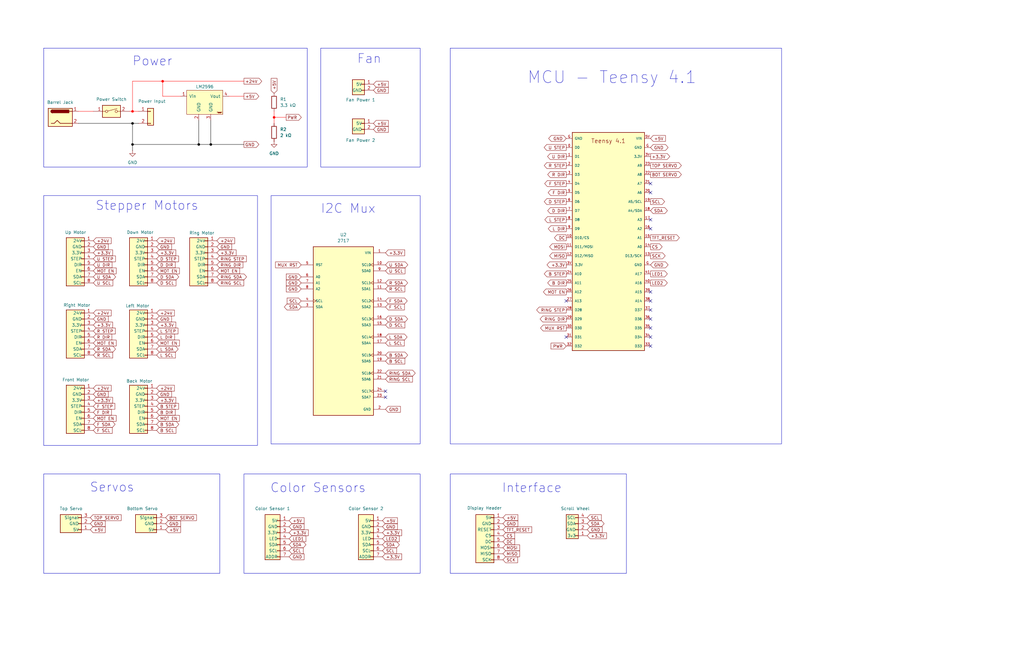
<source format=kicad_sch>
(kicad_sch (version 20231120) (generator "eeschema") (generator_version "8.0")
  (paper "B")
  (title_block (title "Cube Solver Motherboard") (date "2025-07-08") (rev "A") (company "Designed by Charlie Lambert") (comment 1 "Motherboard for Rubik's Cube Solving Machine"))
  (lib_symbols
    (symbol "Conn_01x02_1" (pin_names (offset 1.016))
      (property "Value" "Fan Power" (at -3.81 -5.715 0))
      (symbol "Conn_01x02_1_1_1"
        (rectangle (start -1.27 -2.413) (end 0 -2.667) (stroke (width 0.1524)))
        (rectangle (start -1.27 0.127) (end 0 -0.127) (stroke (width 0.1524)))
        (rectangle (start -1.27 1.905) (end 3.81 -4.445) (stroke (width 0.254)) (fill (type background)))
        (pin passive line (at -5.08 0 0) (length 3.81) (name "5V") (number "1"))
        (pin passive line (at -5.08 -2.54 0) (length 3.81) (name "GND") (number "2"))
      )
    )
    (symbol "Conn_01x03_1" (pin_names (offset 1.016))
      (property "Value" "Bottom Servo" (at -1.778 -6.35 0))
      (symbol "Conn_01x03_1_1_1"
        (rectangle (start -1.27 -2.413) (end 0 -2.667) (stroke (width 0.1524)))
        (rectangle (start -1.27 0.127) (end 0 -0.127) (stroke (width 0.1524)))
        (rectangle (start -1.27 2.667) (end 0 2.413) (stroke (width 0.1524)))
        (rectangle (start -1.27 3.81) (end 7.62 -3.81) (stroke (width 0.254)) (fill (type background)))
        (pin power_in line (at -5.08 2.54 0) (length 3.81) (name "5V") (number "1"))
        (pin power_in line (at -5.08 0 0) (length 3.81) (name "GND") (number "2"))
        (pin input line (at -5.08 -2.54 0) (length 3.81) (name "Signal") (number "3"))
      )
    )
    (symbol "Conn_01x03_2" (pin_names (offset 1.016))
      (property "Value" "Top Servo" (at -1.778 -6.35 0))
      (symbol "Conn_01x03_2_1_1"
        (rectangle (start -1.27 -2.413) (end 0 -2.667) (stroke (width 0.1524)))
        (rectangle (start -1.27 0.127) (end 0 -0.127) (stroke (width 0.1524)))
        (rectangle (start -1.27 2.667) (end 0 2.413) (stroke (width 0.1524)))
        (rectangle (start -1.27 3.81) (end 7.62 -3.81) (stroke (width 0.254)) (fill (type background)))
        (pin power_in line (at -5.08 2.54 0) (length 3.81) (name "5V") (number "1"))
        (pin power_in line (at -5.08 0 0) (length 3.81) (name "GND") (number "2"))
        (pin input line (at -5.08 -2.54 0) (length 3.81) (name "Signal") (number "3"))
      )
    )
    (symbol "Conn_01x08_1" (pin_names (offset 1.016))
      (property "Value" "Display Header" (at 8.636 -7.874 90))
      (symbol "Conn_01x08_1_1_1"
        (rectangle (start -1.27 -10.033) (end 0 -10.287) (stroke (width 0.1524)))
        (rectangle (start -1.27 -7.493) (end 0 -7.747) (stroke (width 0.1524)))
        (rectangle (start -1.27 -4.953) (end 0 -5.207) (stroke (width 0.1524)))
        (rectangle (start -1.27 -2.413) (end 0 -2.667) (stroke (width 0.1524)))
        (rectangle (start -1.27 0.127) (end 0 -0.127) (stroke (width 0.1524)))
        (rectangle (start -1.27 2.667) (end 0 2.413) (stroke (width 0.1524)))
        (rectangle (start -1.27 5.207) (end 0 4.953) (stroke (width 0.1524)))
        (rectangle (start -1.27 7.747) (end 0 7.493) (stroke (width 0.1524)))
        (rectangle (start -1.27 8.89) (end 6.35 -11.43) (stroke (width 0.254)) (fill (type background)))
        (pin passive line (at -5.08 7.62 0) (length 3.81) (name "5V") (number "1"))
        (pin passive line (at -5.08 5.08 0) (length 3.81) (name "GND") (number "2"))
        (pin passive line (at -5.08 2.54 0) (length 3.81) (name "RESET") (number "3"))
        (pin passive line (at -5.08 0 0) (length 3.81) (name "CS") (number "4"))
        (pin passive line (at -5.08 -2.54 0) (length 3.81) (name "DC") (number "5"))
        (pin passive line (at -5.08 -5.08 0) (length 3.81) (name "MOSI") (number "6"))
        (pin passive line (at -5.08 -7.62 0) (length 3.81) (name "MISO") (number "7"))
        (pin passive line (at -5.08 -10.16 0) (length 3.81) (name "SCK") (number "8"))
      )
    )
    (symbol "Connector:Barrel_Jack" (pin_names (offset 1.016))
      (property "Value" "Barrel Jack" (at 0 6.35 0))
      (symbol "Barrel_Jack_0_1"
        (rectangle (start -5.08 3.81) (end 5.08 -3.81) (stroke (width 0.254)) (fill (type background)))
        (arc (start -3.302 3.175) (mid -3.9343 2.54) (end -3.302 1.905) (stroke (width 0.254)))
        (arc (start -3.302 3.175) (mid -3.9343 2.54) (end -3.302 1.905) (stroke (width 0.254)) (fill (type outline)))
        (polyline (pts (xy 5.08 2.54) (xy 3.81 2.54)) (stroke (width 0.254)))
        (polyline (pts (xy -3.81 -2.54) (xy -2.54 -2.54) (xy -1.27 -1.27) (xy 0 -2.54) (xy 2.54 -2.54) (xy 5.08 -2.54)) (stroke (width 0.254)))
        (rectangle (start 3.683 3.175) (end -3.302 1.905) (stroke (width 0.254)) (fill (type outline)))
      )
      (symbol "Barrel_Jack_1_1"
        (pin power_out line (at 7.62 2.54 180) (length 2.54) (name "~") (number "1"))
        (pin power_out line (at 7.62 -2.54 180) (length 2.54) (name "~") (number "2"))
      )
    )
    (symbol "Connector_Generic:Conn_01x02" (pin_names (offset 1.016) hide)
      (property "Reference" "J14" (at 2.54 0.0001 0))
      (property "Value" "Power Input" (at 2.54 -2.5399 0))
      (symbol "Conn_01x02_1_1"
        (rectangle (start -1.27 0.127) (end 0 -0.127) (stroke (width 0.1524)))
        (rectangle (start -1.27 1.27) (end 1.27 -5.842) (stroke (width 0.254)) (fill (type background)))
        (rectangle (start -1.212 -5.0015) (end 0.058 -5.2555) (stroke (width 0.1524)))
        (pin passive line (at -5.08 0 0) (length 3.81) (name "Pin_1") (number "1"))
        (pin passive line (at -5.08 -5.08 0) (length 3.81) (name "Pin_2") (number "2"))
      )
    )
    (symbol "Connector_Generic:Conn_01x04" (pin_names (offset 1.016))
      (property "Reference" "J17" (at 0 -11.43 0))
      (property "Value" "Conn_01x04" (at 0 -8.89 0))
      (symbol "Conn_01x04_1_1"
        (rectangle (start -1.27 -4.953) (end 0 -5.207) (stroke (width 0.1524)))
        (rectangle (start -1.27 -2.413) (end 0 -2.667) (stroke (width 0.1524)))
        (rectangle (start -1.27 0.127) (end 0 -0.127) (stroke (width 0.1524)))
        (rectangle (start -1.27 2.667) (end 0 2.413) (stroke (width 0.1524)))
        (rectangle (start -1.27 3.81) (end 3.81 -6.35) (stroke (width 0.254)) (fill (type background)))
        (pin passive line (at -5.08 2.54 0) (length 3.81) (name "3v3") (number "1"))
        (pin passive line (at -5.08 0 0) (length 3.81) (name "GND") (number "2"))
        (pin passive line (at -5.08 -2.54 0) (length 3.81) (name "SDA") (number "3"))
        (pin passive line (at -5.08 -5.08 0) (length 3.81) (name "SCL") (number "4"))
      )
    )
    (symbol "Connector_Generic:Conn_01x07" (pin_names (offset 1.016))
      (property "Value" "Color Sensor Input" (at 0 11.43 0))
      (symbol "Conn_01x07_1_1"
        (rectangle (start -1.27 -7.493) (end 0 -7.747) (stroke (width 0.1524)))
        (rectangle (start -1.27 -4.953) (end 0 -5.207) (stroke (width 0.1524)))
        (rectangle (start -1.27 -2.413) (end 0 -2.667) (stroke (width 0.1524)))
        (rectangle (start -1.27 0.127) (end 0 -0.127) (stroke (width 0.1524)))
        (rectangle (start -1.27 2.667) (end 0 2.413) (stroke (width 0.1524)))
        (rectangle (start -1.27 5.207) (end 0 4.953) (stroke (width 0.1524)))
        (rectangle (start -1.27 7.747) (end 0 7.493) (stroke (width 0.1524)))
        (rectangle (start -1.27 10.16) (end 5.08 -8.89) (stroke (width 0.254)) (fill (type background)))
        (pin passive line (at -5.08 7.62 0) (length 3.81) (name "5V") (number "1"))
        (pin passive line (at -5.08 5.08 0) (length 3.81) (name "GND") (number "2"))
        (pin passive line (at -5.08 2.54 0) (length 3.81) (name "3.3V") (number "3"))
        (pin passive line (at -5.08 0 0) (length 3.81) (name "LED") (number "4"))
        (pin passive line (at -5.08 -2.54 0) (length 3.81) (name "SDA") (number "5"))
        (pin passive line (at -5.08 -5.08 0) (length 3.81) (name "SCL") (number "6"))
        (pin passive line (at -5.08 -7.62 0) (length 3.81) (name "ADDR") (number "7"))
      )
    )
    (symbol "Connector_Generic:Conn_01x08" (pin_names (offset 1.016))
      (property "Reference" "J5" (at 1.524 -12.954 0))
      (property "Value" "Motor Breakout" (at 10.16 -7.62 90))
      (symbol "Conn_01x08_1_1"
        (rectangle (start -1.27 -10.033) (end 0 -10.287) (stroke (width 0.1524)))
        (rectangle (start -1.27 -7.493) (end 0 -7.747) (stroke (width 0.1524)))
        (rectangle (start -1.27 -4.953) (end 0 -5.207) (stroke (width 0.1524)))
        (rectangle (start -1.27 -2.413) (end 0 -2.667) (stroke (width 0.1524)))
        (rectangle (start -1.27 0.127) (end 0 -0.127) (stroke (width 0.1524)))
        (rectangle (start -1.27 2.667) (end 0 2.413) (stroke (width 0.1524)))
        (rectangle (start -1.27 5.207) (end 0 4.953) (stroke (width 0.1524)))
        (rectangle (start -1.27 7.747) (end 0 7.493) (stroke (width 0.1524)))
        (rectangle (start -1.27 8.89) (end 6.35 -11.43) (stroke (width 0.254)) (fill (type background)))
        (pin passive line (at -5.08 7.62 0) (length 3.81) (name "24V") (number "1"))
        (pin passive line (at -5.08 5.08 0) (length 3.81) (name "GND") (number "2"))
        (pin passive line (at -5.08 2.54 0) (length 3.81) (name "3.3V") (number "3"))
        (pin passive line (at -5.08 0 0) (length 3.81) (name "STEP") (number "4"))
        (pin passive line (at -5.08 -2.54 0) (length 3.81) (name "DIR") (number "5"))
        (pin passive line (at -5.08 -5.08 0) (length 3.81) (name "EN") (number "6"))
        (pin passive line (at -5.08 -7.62 0) (length 3.81) (name "SDA") (number "7"))
        (pin passive line (at -5.08 -10.16 0) (length 3.81) (name "SCL") (number "8"))
      )
    )
    (symbol "Device:R" (pin_numbers hide) (pin_names (offset 0))
      (property "Reference" "R" (at 2.032 0 90))
      (property "Value" "R" (at 0 0 90))
      (symbol "R_0_1"
        (rectangle (start -1.016 -2.54) (end 1.016 2.54) (stroke (width 0.254)))
      )
      (symbol "R_1_1"
        (pin passive line (at 0 3.81 270) (length 1.27) (name "~") (number "1"))
        (pin passive line (at 0 -3.81 90) (length 1.27) (name "~") (number "2"))
      )
    )
    (symbol "LM2596:YAAJ_DCDC_StepDown_LM2596" (pin_names (offset 1.016))
      (property "Reference" "U" (at -5.08 6.35 0))
      (property "Value" "YAAJ_DCDC_StepDown_LM2596" (at 0 11.43 0))
      (symbol "YAAJ_DCDC_StepDown_LM2596_0_1"
        (rectangle (start -7.62 5.08) (end 7.62 -5.08) (fill (type background)))
      )
      (symbol "YAAJ_DCDC_StepDown_LM2596_1_1"
        (text "Y@@V" (at 6.1976 -4.2672 0) (effects (font (size 0.508 0.508))))
        (pin power_in line (at -10.16 2.54 0) (length 2.54) (name "Vin") (number "1"))
        (pin power_in line (at -2.54 -7.62 90) (length 2.54) (name "GND") (number "2"))
        (pin power_in line (at 2.54 -7.62 90) (length 2.54) (name "GND") (number "3"))
        (pin power_out line (at 10.16 2.54 180) (length 2.54) (name "Vout") (number "4"))
      )
    )
    (symbol "Switch:SW_DIP_x01" (pin_names (offset 0) hide)
      (property "Value" "Power Switch" (at 0 5.08 0))
      (symbol "SW_DIP_x01_0_0"
        (circle (center -2.032 0) (radius 0.508))
        (polyline (pts (xy -1.524 0.127) (xy 2.3622 1.1684)))
        (circle (center 2.032 0) (radius 0.508))
      )
      (symbol "SW_DIP_x01_0_1"
        (rectangle (start -3.81 2.54) (end 3.81 -2.54) (stroke (width 0.254)) (fill (type background)))
      )
      (symbol "SW_DIP_x01_1_1"
        (pin power_in line (at -7.62 0 0) (length 5.08) (name "~") (number "1"))
        (pin power_out line (at 7.62 0 180) (length 5.08) (name "~") (number "2"))
      )
    )
    (symbol "TCA9548 Breakout:2717" (pin_names (offset 1.016))
      (property "Reference" "U2" (at 0 40.64 0))
      (property "Value" "2717" (at 0 38.1 0))
      (symbol "2717_0_0"
        (rectangle (start -12.7 -35.56) (end 12.7 35.56) (stroke (width 0.254)) (fill (type background)))
        (pin power_in line (at 17.78 33.02 180) (length 5.08) (name "VIN") (number "1"))
        (pin output clock (at 17.78 27.94 180) (length 5.08) (name "SCL0") (number "10"))
        (pin bidirectional line (at 17.78 17.78 180) (length 5.08) (name "SDA1") (number "11"))
        (pin output clock (at 17.78 20.32 180) (length 5.08) (name "SCL1") (number "12"))
        (pin bidirectional line (at 17.78 10.16 180) (length 5.08) (name "SDA2") (number "13"))
        (pin output clock (at 17.78 12.7 180) (length 5.08) (name "SCL2") (number "14"))
        (pin bidirectional line (at 17.78 2.54 180) (length 5.08) (name "SDA3") (number "15"))
        (pin output clock (at 17.78 5.08 180) (length 5.08) (name "SCL3") (number "16"))
        (pin bidirectional line (at 17.78 -5.08 180) (length 5.08) (name "SDA4") (number "17"))
        (pin output clock (at 17.78 -2.54 180) (length 5.08) (name "SCL4") (number "18"))
        (pin bidirectional line (at 17.78 -12.7 180) (length 5.08) (name "SDA5") (number "19"))
        (pin power_in line (at 17.78 -33.02 180) (length 5.08) (name "GND") (number "2"))
        (pin output clock (at 17.78 -10.16 180) (length 5.08) (name "SCL5") (number "20"))
        (pin bidirectional line (at 17.78 -20.32 180) (length 5.08) (name "SDA6") (number "21"))
        (pin output clock (at 17.78 -17.78 180) (length 5.08) (name "SCL6") (number "22"))
        (pin bidirectional line (at 17.78 -27.94 180) (length 5.08) (name "SDA7") (number "23"))
        (pin output clock (at 17.78 -25.4 180) (length 5.08) (name "SCL7") (number "24"))
        (pin bidirectional line (at -17.78 10.16 0) (length 5.08) (name "SDA") (number "3"))
        (pin input clock (at -17.78 12.7 0) (length 5.08) (name "SCL") (number "4"))
        (pin input line (at -17.78 27.94 0) (length 5.08) (name "RST") (number "5"))
        (pin input line (at -17.78 22.86 0) (length 5.08) (name "A0") (number "6"))
        (pin input line (at -17.78 20.32 0) (length 5.08) (name "A1") (number "7"))
        (pin input line (at -17.78 17.78 0) (length 5.08) (name "A2") (number "8"))
        (pin bidirectional line (at 17.78 25.4 180) (length 5.08) (name "SDA0") (number "9"))
      )
    )
    (symbol "Teensy 4.1:TEENSY_4.1" (pin_names (offset 1.016))
      (property "Reference" "A" (at 0 0 0))
      (property "Value" "TEENSY_4.1" (at 0 0 0))
      (symbol "TEENSY_4.1_0_0"
        (rectangle (start 0 0) (end 30.48 -92.075) (stroke (width 0.254)) (fill (type background)))
        (text "Teensy 4.1" (at 15.24 -2.54 0) (effects (font (size 1.778 1.778)) (justify top)))
        (pin bidirectional line (at -2.54 -44.45 0) (length 2.54) (name "D10/CS") (number "10"))
        (pin bidirectional line (at -2.54 -48.26 0) (length 2.54) (name "D11/MOSI") (number "11"))
        (pin bidirectional line (at -2.54 -52.07 0) (length 2.54) (name "D12/MISO") (number "12"))
        (pin bidirectional line (at 33.02 -52.07 180) (length 2.54) (name "D13/SCK") (number "13"))
        (pin bidirectional line (at 33.02 -48.26 180) (length 2.54) (name "A0") (number "14"))
        (pin bidirectional line (at 33.02 -44.45 180) (length 2.54) (name "A1") (number "15"))
        (pin bidirectional line (at 33.02 -40.64 180) (length 2.54) (name "A2") (number "16"))
        (pin bidirectional line (at 33.02 -36.83 180) (length 2.54) (name "A3") (number "17"))
        (pin bidirectional line (at 33.02 -33.02 180) (length 2.54) (name "A4/SDA") (number "18"))
        (pin bidirectional line (at 33.02 -29.21 180) (length 2.54) (name "A5/SCL") (number "19"))
        (pin bidirectional line (at -2.54 -13.97 0) (length 2.54) (name "D2") (number "2"))
        (pin bidirectional line (at 33.02 -25.4 180) (length 2.54) (name "A6") (number "20"))
        (pin bidirectional line (at 33.02 -21.59 180) (length 2.54) (name "A7") (number "21"))
        (pin bidirectional line (at 33.02 -17.78 180) (length 2.54) (name "A8") (number "22"))
        (pin bidirectional line (at 33.02 -13.97 180) (length 2.54) (name "A9") (number "23"))
        (pin bidirectional line (at -2.54 -59.69 0) (length 2.54) (name "A10") (number "24"))
        (pin bidirectional line (at -2.54 -63.5 0) (length 2.54) (name "A11") (number "25"))
        (pin bidirectional line (at -2.54 -67.31 0) (length 2.54) (name "A12") (number "26"))
        (pin bidirectional line (at -2.54 -71.12 0) (length 2.54) (name "A13") (number "27"))
        (pin bidirectional line (at -2.54 -74.93 0) (length 2.54) (name "D28") (number "28"))
        (pin bidirectional line (at -2.54 -78.74 0) (length 2.54) (name "D29") (number "29"))
        (pin bidirectional line (at -2.54 -17.78 0) (length 2.54) (name "D3") (number "3"))
        (pin bidirectional line (at -2.54 -82.55 0) (length 2.54) (name "D30") (number "30"))
        (pin bidirectional line (at -2.54 -86.36 0) (length 2.54) (name "D31") (number "31"))
        (pin bidirectional line (at -2.54 -90.17 0) (length 2.54) (name "D32") (number "32"))
        (pin bidirectional line (at 33.02 -90.17 180) (length 2.54) (name "D33") (number "33"))
        (pin bidirectional line (at 33.02 -86.36 180) (length 2.54) (name "D34") (number "34"))
        (pin bidirectional line (at 33.02 -82.55 180) (length 2.54) (name "D35") (number "35"))
        (pin bidirectional line (at 33.02 -78.74 180) (length 2.54) (name "D36") (number "36"))
        (pin bidirectional line (at 33.02 -74.93 180) (length 2.54) (name "D37") (number "37"))
        (pin bidirectional line (at 33.02 -71.12 180) (length 2.54) (name "A14") (number "38"))
        (pin bidirectional line (at 33.02 -67.31 180) (length 2.54) (name "A15") (number "39"))
        (pin power_out line (at -2.54 -55.88 0) (length 2.54) (name "3.3V") (number "3V"))
        (pin power_out line (at 33.02 -10.16 180) (length 2.54) (name "3.3V") (number "3V"))
        (pin bidirectional line (at -2.54 -21.59 0) (length 2.54) (name "D4") (number "4"))
        (pin bidirectional line (at 33.02 -63.5 180) (length 2.54) (name "A16") (number "40"))
        (pin bidirectional line (at 33.02 -59.69 180) (length 2.54) (name "A17") (number "41"))
        (pin bidirectional line (at -2.54 -25.4 0) (length 2.54) (name "D5") (number "5"))
        (pin power_in line (at 33.02 -2.54 180) (length 2.54) (name "VIN") (number "5V"))
        (pin bidirectional line (at -2.54 -29.21 0) (length 2.54) (name "D6") (number "6"))
        (pin bidirectional line (at -2.54 -33.02 0) (length 2.54) (name "D7") (number "7"))
        (pin bidirectional line (at -2.54 -36.83 0) (length 2.54) (name "D8") (number "8"))
        (pin bidirectional line (at -2.54 -40.64 0) (length 2.54) (name "D9") (number "9"))
        (pin bidirectional line (at -2.54 -2.54 0) (length 2.54) (name "GND") (number "G"))
        (pin bidirectional line (at 33.02 -55.88 180) (length 2.54) (name "GND") (number "G"))
        (pin bidirectional line (at 33.02 -6.35 180) (length 2.54) (name "GND") (number "G"))
      )
      (symbol "TEENSY_4.1_1_0"
        (pin bidirectional line (at -2.54 -6.35 0) (length 2.54) (name "D0") (number "0"))
        (pin bidirectional line (at -2.54 -10.16 0) (length 2.54) (name "D1") (number "1"))
      )
    )
    (symbol "power:GND" (power) (pin_numbers hide) (pin_names (offset 0) hide)
      (property "Value" "GND" (at 0 -3.81 0))
      (symbol "GND_0_1"
        (polyline (pts (xy 0 0) (xy 0 -1.27) (xy 1.27 -1.27) (xy 0 -2.54) (xy -1.27 -1.27) (xy 0 -1.27)))
      )
      (symbol "GND_1_1"
        (pin power_in line (at 0 0 270) (length 0) (name "~") (number "1"))
      )
    )
  )
  (junction (at 88.9 60.96) (color 0 0 0 1))
  (junction (at 115.57 49.53) (color 255 0 0 1))
  (junction (at 68.58 34.29) (color 255 0 0 1))
  (junction (at 55.88 60.96) (color 0 0 0 1))
  (junction (at 55.88 46.99) (color 255 0 0 1))
  (junction (at 55.88 52.07) (color 0 0 0 1))
  (junction (at 83.82 60.96) (color 0 0 0 1))
  (no_connect (at 274.32 138.43))
  (no_connect (at 162.56 165.1))
  (no_connect (at 274.32 77.47))
  (no_connect (at 274.32 134.62))
  (no_connect (at 238.76 142.24))
  (no_connect (at 162.56 167.64))
  (no_connect (at 238.76 127))
  (no_connect (at 274.32 142.24))
  (no_connect (at 274.32 130.81))
  (no_connect (at 274.32 146.05))
  (no_connect (at 274.32 96.52))
  (no_connect (at 274.32 127))
  (no_connect (at 274.32 81.28))
  (no_connect (at 274.32 123.19))
  (no_connect (at 274.32 92.71))
  (wire (pts (xy 83.82 50.8) (xy 83.82 60.96)) (stroke (width 0) (color 0 0 0 1)))
  (wire (pts (xy 83.82 60.96) (xy 88.9 60.96)) (stroke (width 0) (color 0 0 0 1)))
  (wire (pts (xy 115.57 49.53) (xy 120.65 49.53)) (stroke (width 0) (color 255 0 0 1)))
  (wire (pts (xy 115.57 46.99) (xy 115.57 49.53)) (stroke (width 0) (color 255 0 0 1)))
  (wire (pts (xy 115.57 49.53) (xy 115.57 52.07)) (stroke (width 0) (color 255 0 0 1)))
  (wire (pts (xy 55.88 52.07) (xy 58.42 52.07)) (stroke (width 0) (color 0 0 0 1)))
  (wire (pts (xy 55.88 46.99) (xy 58.42 46.99)) (stroke (width 0) (color 255 0 0 1)))
  (wire (pts (xy 88.9 60.96) (xy 102.87 60.96)) (stroke (width 0) (color 0 0 0 1)))
  (wire (pts (xy 55.88 52.07) (xy 55.88 60.96)) (stroke (width 0) (color 0 0 0 1)))
  (wire (pts (xy 68.58 34.29) (xy 102.87 34.29)) (stroke (width 0) (color 255 0 0 1)))
  (wire (pts (xy 88.9 50.8) (xy 88.9 60.96)) (stroke (width 0) (color 0 0 0 1)))
  (wire (pts (xy 54.61 46.99) (xy 55.88 46.99)) (stroke (width 0) (color 255 0 0 1)))
  (wire (pts (xy 55.88 60.96) (xy 55.88 63.5)) (stroke (width 0) (color 0 0 0 1)))
  (wire (pts (xy 96.52 40.64) (xy 102.87 40.64)) (stroke (width 0) (color 255 0 0 1)))
  (wire (pts (xy 33.02 52.07) (xy 55.88 52.07)) (stroke (width 0) (color 0 0 0 1)))
  (wire (pts (xy 68.58 40.64) (xy 76.2 40.64)) (stroke (width 0) (color 255 0 0 1)))
  (wire (pts (xy 55.88 34.29) (xy 68.58 34.29)) (stroke (width 0) (color 255 0 0 1)))
  (wire (pts (xy 68.58 40.64) (xy 68.58 34.29)) (stroke (width 0) (color 255 0 0 1)))
  (wire (pts (xy 33.02 46.99) (xy 39.37 46.99)) (stroke (width 0) (color 255 0 0 1)))
  (wire (pts (xy 83.82 60.96) (xy 55.88 60.96)) (stroke (width 0) (color 0 0 0 1)))
  (wire (pts (xy 55.88 46.99) (xy 55.88 34.29)) (stroke (width 0) (color 255 0 0 1)))
  (rectangle (start 18.415 82.55) (end 108.585 187.96))
  (rectangle (start 102.87 200.025) (end 177.165 241.935))
  (rectangle (start 18.415 20.32) (end 129.54 70.485))
  (rectangle (start 189.865 20.32) (end 329.565 187.325))
  (rectangle (start 114.3 82.55) (end 177.165 187.325))
  (rectangle (start 135.255 20.32) (end 177.165 70.485))
  (rectangle (start 189.865 200.025) (end 264.16 241.935))
  (rectangle (start 18.415 200.025) (end 92.71 241.935))
  (text "Fan" (at 155.702 24.892 0) (effects (font (size 3.81 3.81))))
  (text "I2C Mux\n" (at 146.812 88.138 0) (effects (font (size 3.81 3.81))))
  (text "Power" (at 64.262 25.908 0) (effects (font (size 3.81 3.81))))
  (text "Color Sensors\n" (at 134.112 205.994 0) (effects (font (size 3.81 3.81))))
  (text "Interface" (at 224.282 205.994 0) (effects (font (size 3.81 3.81))))
  (text "Servos\n" (at 47.244 205.74 0) (effects (font (size 3.81 3.81))))
  (text "Stepper Motors" (at 61.976 86.868 0) (effects (font (size 3.81 3.81))))
  (text "MCU - Teensy 4.1" (at 258.064 32.766 0) (effects (font (size 5.08 5.08))))
  (global_label "GND" (shape bidirectional) (at 274.32 62.23 0) (property "Intersheetrefs" "${INTERSHEET_REFS}" (effects (hide yes))))
  (global_label "R SDA" (shape bidirectional) (at 39.37 147.32 0) (property "Intersheetrefs" "${INTERSHEET_REFS}" (effects (hide yes))))
  (global_label "SCK" (shape output) (at 274.32 107.95 0) (property "Intersheetrefs" "${INTERSHEET_REFS}" (effects (hide yes))))
  (global_label "SDA" (shape bidirectional) (at 121.92 229.87 0) (property "Intersheetrefs" "${INTERSHEET_REFS}" (effects (hide yes))))
  (global_label "R DIR" (shape output) (at 238.76 73.66 180) (property "Intersheetrefs" "${INTERSHEET_REFS}" (effects (hide yes))))
  (global_label "TOP SERVO" (shape output) (at 274.32 69.85 0) (property "Intersheetrefs" "${INTERSHEET_REFS}" (effects (hide yes))))
  (global_label "U SCL" (shape input) (at 162.56 114.3 0) (property "Intersheetrefs" "${INTERSHEET_REFS}" (effects (hide yes))))
  (global_label "R SCL" (shape input) (at 162.56 121.92 0) (property "Intersheetrefs" "${INTERSHEET_REFS}" (effects (hide yes))))
  (global_label "+24V" (shape input) (at 66.04 163.83 0) (property "Intersheetrefs" "${INTERSHEET_REFS}" (effects (hide yes))))
  (global_label "GND" (shape output) (at 102.87 60.96 0) (property "Intersheetrefs" "${INTERSHEET_REFS}" (effects (hide yes))))
  (global_label "L DIR" (shape output) (at 238.76 96.52 180) (property "Intersheetrefs" "${INTERSHEET_REFS}" (effects (hide yes))))
  (global_label "GND" (shape input) (at 38.1 220.98 0) (property "Intersheetrefs" "${INTERSHEET_REFS}" (effects (hide yes))))
  (global_label "D SDA" (shape bidirectional) (at 66.04 116.84 0) (property "Intersheetrefs" "${INTERSHEET_REFS}" (effects (hide yes))))
  (global_label "+3.3V" (shape input) (at 39.37 106.68 0) (property "Intersheetrefs" "${INTERSHEET_REFS}" (effects (hide yes))))
  (global_label "F STEP" (shape output) (at 238.76 77.47 180) (property "Intersheetrefs" "${INTERSHEET_REFS}" (effects (hide yes))))
  (global_label "+24V" (shape output) (at 102.87 34.29 0) (property "Intersheetrefs" "${INTERSHEET_REFS}" (effects (hide yes))))
  (global_label "TFT_RESET" (shape input) (at 212.09 223.52 0) (property "Intersheetrefs" "${INTERSHEET_REFS}" (effects (hide yes))))
  (global_label "MUX RST" (shape input) (at 127 111.76 180) (property "Intersheetrefs" "${INTERSHEET_REFS}" (effects (hide yes))))
  (global_label "+3.3V" (shape output) (at 238.76 111.76 180) (property "Intersheetrefs" "${INTERSHEET_REFS}" (effects (hide yes))))
  (global_label "GND" (shape input) (at 39.37 166.37 0) (property "Intersheetrefs" "${INTERSHEET_REFS}" (effects (hide yes))))
  (global_label "L SDA" (shape bidirectional) (at 162.56 142.24 0) (property "Intersheetrefs" "${INTERSHEET_REFS}" (effects (hide yes))))
  (global_label "LED1" (shape output) (at 274.32 115.57 0) (property "Intersheetrefs" "${INTERSHEET_REFS}" (effects (hide yes))))
  (global_label "MOT EN" (shape output) (at 238.76 123.19 180) (property "Intersheetrefs" "${INTERSHEET_REFS}" (effects (hide yes))))
  (global_label "LED2" (shape input) (at 161.29 227.33 0) (property "Intersheetrefs" "${INTERSHEET_REFS}" (effects (hide yes))))
  (global_label "LED2" (shape output) (at 274.32 119.38 0) (property "Intersheetrefs" "${INTERSHEET_REFS}" (effects (hide yes))))
  (global_label "+5V" (shape output) (at 102.87 40.64 0) (property "Intersheetrefs" "${INTERSHEET_REFS}" (effects (hide yes))))
  (global_label "F SDA" (shape bidirectional) (at 162.56 127 0) (property "Intersheetrefs" "${INTERSHEET_REFS}" (effects (hide yes))))
  (global_label "MOT EN" (shape input) (at 91.44 114.3 0) (property "Intersheetrefs" "${INTERSHEET_REFS}" (effects (hide yes))))
  (global_label "L DIR" (shape input) (at 66.04 142.24 0) (property "Intersheetrefs" "${INTERSHEET_REFS}" (effects (hide yes))))
  (global_label "+5V" (shape input) (at 157.48 52.07 0) (property "Intersheetrefs" "${INTERSHEET_REFS}" (effects (hide yes))))
  (global_label "+24V" (shape input) (at 91.44 101.6 0) (property "Intersheetrefs" "${INTERSHEET_REFS}" (effects (hide yes))))
  (global_label "+3.3V" (shape input) (at 66.04 137.16 0) (property "Intersheetrefs" "${INTERSHEET_REFS}" (effects (hide yes))))
  (global_label "GND" (shape input) (at 127 116.84 180) (property "Intersheetrefs" "${INTERSHEET_REFS}" (effects (hide yes))))
  (global_label "GND" (shape input) (at 66.04 166.37 0) (property "Intersheetrefs" "${INTERSHEET_REFS}" (effects (hide yes))))
  (global_label "+5V" (shape input) (at 115.57 39.37 90) (property "Intersheetrefs" "${INTERSHEET_REFS}" (effects (hide yes))))
  (global_label "SCL" (shape input) (at 121.92 232.41 0) (property "Intersheetrefs" "${INTERSHEET_REFS}" (effects (hide yes))))
  (global_label "+24V" (shape input) (at 39.37 132.08 0) (property "Intersheetrefs" "${INTERSHEET_REFS}" (effects (hide yes))))
  (global_label "GND" (shape input) (at 66.04 134.62 0) (property "Intersheetrefs" "${INTERSHEET_REFS}" (effects (hide yes))))
  (global_label "+5V" (shape input) (at 212.09 218.44 0) (property "Intersheetrefs" "${INTERSHEET_REFS}" (effects (hide yes))))
  (global_label "+3.3V" (shape input) (at 66.04 168.91 0) (property "Intersheetrefs" "${INTERSHEET_REFS}" (effects (hide yes))))
  (global_label "+24V" (shape input) (at 39.37 163.83 0) (property "Intersheetrefs" "${INTERSHEET_REFS}" (effects (hide yes))))
  (global_label "CS" (shape output) (at 274.32 104.14 0) (property "Intersheetrefs" "${INTERSHEET_REFS}" (effects (hide yes))))
  (global_label "GND" (shape input) (at 91.44 104.14 0) (property "Intersheetrefs" "${INTERSHEET_REFS}" (effects (hide yes))))
  (global_label "SDA" (shape bidirectional) (at 274.32 88.9 0) (property "Intersheetrefs" "${INTERSHEET_REFS}" (effects (hide yes))))
  (global_label "TOP SERVO" (shape input) (at 38.1 218.44 0) (property "Intersheetrefs" "${INTERSHEET_REFS}" (effects (hide yes))))
  (global_label "U SDA" (shape bidirectional) (at 162.56 111.76 0) (property "Intersheetrefs" "${INTERSHEET_REFS}" (effects (hide yes))))
  (global_label "F STEP" (shape input) (at 39.37 171.45 0) (property "Intersheetrefs" "${INTERSHEET_REFS}" (effects (hide yes))))
  (global_label "SDA" (shape bidirectional) (at 127 129.54 180) (property "Intersheetrefs" "${INTERSHEET_REFS}" (effects (hide yes))))
  (global_label "GND" (shape input) (at 162.56 172.72 0) (property "Intersheetrefs" "${INTERSHEET_REFS}" (effects (hide yes))))
  (global_label "RING SDA" (shape bidirectional) (at 162.56 157.48 0) (property "Intersheetrefs" "${INTERSHEET_REFS}" (effects (hide yes))))
  (global_label "CS" (shape input) (at 212.09 226.06 0) (property "Intersheetrefs" "${INTERSHEET_REFS}" (effects (hide yes))))
  (global_label "RING SDA" (shape bidirectional) (at 91.44 116.84 0) (property "Intersheetrefs" "${INTERSHEET_REFS}" (effects (hide yes))))
  (global_label "D STEP" (shape output) (at 238.76 85.09 180) (property "Intersheetrefs" "${INTERSHEET_REFS}" (effects (hide yes))))
  (global_label "B SDA" (shape bidirectional) (at 162.56 149.86 0) (property "Intersheetrefs" "${INTERSHEET_REFS}" (effects (hide yes))))
  (global_label "R SCL" (shape input) (at 39.37 149.86 0) (property "Intersheetrefs" "${INTERSHEET_REFS}" (effects (hide yes))))
  (global_label "B STEP" (shape output) (at 238.76 115.57 180) (property "Intersheetrefs" "${INTERSHEET_REFS}" (effects (hide yes))))
  (global_label "PWR" (shape input) (at 238.76 146.05 180) (property "Intersheetrefs" "${INTERSHEET_REFS}" (effects (hide yes))))
  (global_label "SDA" (shape bidirectional) (at 247.65 220.98 0) (property "Intersheetrefs" "${INTERSHEET_REFS}" (effects (hide yes))))
  (global_label "F SCL" (shape input) (at 39.37 181.61 0) (property "Intersheetrefs" "${INTERSHEET_REFS}" (effects (hide yes))))
  (global_label "D DIR" (shape input) (at 66.04 111.76 0) (property "Intersheetrefs" "${INTERSHEET_REFS}" (effects (hide yes))))
  (global_label "L SDA" (shape bidirectional) (at 66.04 147.32 0) (property "Intersheetrefs" "${INTERSHEET_REFS}" (effects (hide yes))))
  (global_label "GND" (shape input) (at 39.37 134.62 0) (property "Intersheetrefs" "${INTERSHEET_REFS}" (effects (hide yes))))
  (global_label "MUX RST" (shape output) (at 238.76 138.43 180) (property "Intersheetrefs" "${INTERSHEET_REFS}" (effects (hide yes))))
  (global_label "R DIR" (shape input) (at 39.37 142.24 0) (property "Intersheetrefs" "${INTERSHEET_REFS}" (effects (hide yes))))
  (global_label "GND" (shape bidirectional) (at 238.76 58.42 180) (property "Intersheetrefs" "${INTERSHEET_REFS}" (effects (hide yes))))
  (global_label "F SCL" (shape input) (at 162.56 129.54 0) (property "Intersheetrefs" "${INTERSHEET_REFS}" (effects (hide yes))))
  (global_label "+3.3V" (shape output) (at 274.32 66.04 0) (property "Intersheetrefs" "${INTERSHEET_REFS}" (effects (hide yes))))
  (global_label "L STEP" (shape output) (at 238.76 92.71 180) (property "Intersheetrefs" "${INTERSHEET_REFS}" (effects (hide yes))))
  (global_label "GND" (shape input) (at 161.29 222.25 0) (property "Intersheetrefs" "${INTERSHEET_REFS}" (effects (hide yes))))
  (global_label "F DIR" (shape output) (at 238.76 81.28 180) (property "Intersheetrefs" "${INTERSHEET_REFS}" (effects (hide yes))))
  (global_label "MOSI" (shape output) (at 238.76 104.14 180) (property "Intersheetrefs" "${INTERSHEET_REFS}" (effects (hide yes))))
  (global_label "RING STEP" (shape output) (at 238.76 130.81 180) (property "Intersheetrefs" "${INTERSHEET_REFS}" (effects (hide yes))))
  (global_label "GND" (shape input) (at 66.04 104.14 0) (property "Intersheetrefs" "${INTERSHEET_REFS}" (effects (hide yes))))
  (global_label "+3.3V" (shape input) (at 161.29 234.95 0) (property "Intersheetrefs" "${INTERSHEET_REFS}" (effects (hide yes))))
  (global_label "U STEP" (shape input) (at 39.37 109.22 0) (property "Intersheetrefs" "${INTERSHEET_REFS}" (effects (hide yes))))
  (global_label "U SCL" (shape input) (at 39.37 119.38 0) (property "Intersheetrefs" "${INTERSHEET_REFS}" (effects (hide yes))))
  (global_label "GND" (shape input) (at 157.48 38.1 0) (property "Intersheetrefs" "${INTERSHEET_REFS}" (effects (hide yes))))
  (global_label "R STEP" (shape output) (at 238.76 69.85 180) (property "Intersheetrefs" "${INTERSHEET_REFS}" (effects (hide yes))))
  (global_label "GND" (shape bidirectional) (at 274.32 111.76 0) (property "Intersheetrefs" "${INTERSHEET_REFS}" (effects (hide yes))))
  (global_label "+5V" (shape input) (at 38.1 223.52 0) (property "Intersheetrefs" "${INTERSHEET_REFS}" (effects (hide yes))))
  (global_label "U SDA" (shape bidirectional) (at 39.37 116.84 0) (property "Intersheetrefs" "${INTERSHEET_REFS}" (effects (hide yes))))
  (global_label "DC" (shape input) (at 212.09 228.6 0) (property "Intersheetrefs" "${INTERSHEET_REFS}" (effects (hide yes))))
  (global_label "GND" (shape input) (at 69.85 220.98 0) (property "Intersheetrefs" "${INTERSHEET_REFS}" (effects (hide yes))))
  (global_label "D STEP" (shape input) (at 66.04 109.22 0) (property "Intersheetrefs" "${INTERSHEET_REFS}" (effects (hide yes))))
  (global_label "D SCL" (shape input) (at 66.04 119.38 0) (property "Intersheetrefs" "${INTERSHEET_REFS}" (effects (hide yes))))
  (global_label "+5V" (shape input) (at 157.48 35.56 0) (property "Intersheetrefs" "${INTERSHEET_REFS}" (effects (hide yes))))
  (global_label "+5V" (shape input) (at 69.85 223.52 0) (property "Intersheetrefs" "${INTERSHEET_REFS}" (effects (hide yes))))
  (global_label "MOT EN" (shape input) (at 66.04 114.3 0) (property "Intersheetrefs" "${INTERSHEET_REFS}" (effects (hide yes))))
  (global_label "MISO" (shape output) (at 238.76 107.95 180) (property "Intersheetrefs" "${INTERSHEET_REFS}" (effects (hide yes))))
  (global_label "PWR" (shape output) (at 120.65 49.53 0) (property "Intersheetrefs" "${INTERSHEET_REFS}" (effects (hide yes))))
  (global_label "+3.3V" (shape input) (at 66.04 106.68 0) (property "Intersheetrefs" "${INTERSHEET_REFS}" (effects (hide yes))))
  (global_label "RING SCL" (shape input) (at 162.56 160.02 0) (property "Intersheetrefs" "${INTERSHEET_REFS}" (effects (hide yes))))
  (global_label "U DIR" (shape output) (at 238.76 66.04 180) (property "Intersheetrefs" "${INTERSHEET_REFS}" (effects (hide yes))))
  (global_label "SCL" (shape input) (at 127 127 180) (property "Intersheetrefs" "${INTERSHEET_REFS}" (effects (hide yes))))
  (global_label "+3.3V" (shape input) (at 39.37 168.91 0) (property "Intersheetrefs" "${INTERSHEET_REFS}" (effects (hide yes))))
  (global_label "GND" (shape input) (at 212.09 220.98 0) (property "Intersheetrefs" "${INTERSHEET_REFS}" (effects (hide yes))))
  (global_label "+5V" (shape input) (at 161.29 219.71 0) (property "Intersheetrefs" "${INTERSHEET_REFS}" (effects (hide yes))))
  (global_label "MOT EN" (shape input) (at 39.37 176.53 0) (property "Intersheetrefs" "${INTERSHEET_REFS}" (effects (hide yes))))
  (global_label "RING DIR" (shape output) (at 238.76 134.62 180) (property "Intersheetrefs" "${INTERSHEET_REFS}" (effects (hide yes))))
  (global_label "+24V" (shape input) (at 66.04 132.08 0) (property "Intersheetrefs" "${INTERSHEET_REFS}" (effects (hide yes))))
  (global_label "+3.3V" (shape input) (at 91.44 106.68 0) (property "Intersheetrefs" "${INTERSHEET_REFS}" (effects (hide yes))))
  (global_label "GND" (shape input) (at 157.48 54.61 0) (property "Intersheetrefs" "${INTERSHEET_REFS}" (effects (hide yes))))
  (global_label "RING DIR" (shape input) (at 91.44 111.76 0) (property "Intersheetrefs" "${INTERSHEET_REFS}" (effects (hide yes))))
  (global_label "MOT EN" (shape input) (at 39.37 114.3 0) (property "Intersheetrefs" "${INTERSHEET_REFS}" (effects (hide yes))))
  (global_label "BOT SERVO" (shape input) (at 69.85 218.44 0) (property "Intersheetrefs" "${INTERSHEET_REFS}" (effects (hide yes))))
  (global_label "MOT EN" (shape input) (at 39.37 144.78 0) (property "Intersheetrefs" "${INTERSHEET_REFS}" (effects (hide yes))))
  (global_label "BOT SERVO" (shape output) (at 274.32 73.66 0) (property "Intersheetrefs" "${INTERSHEET_REFS}" (effects (hide yes))))
  (global_label "B DIR" (shape input) (at 66.04 173.99 0) (property "Intersheetrefs" "${INTERSHEET_REFS}" (effects (hide yes))))
  (global_label "RING SCL" (shape input) (at 91.44 119.38 0) (property "Intersheetrefs" "${INTERSHEET_REFS}" (effects (hide yes))))
  (global_label "+5V" (shape input) (at 121.92 219.71 0) (property "Intersheetrefs" "${INTERSHEET_REFS}" (effects (hide yes))))
  (global_label "SCL" (shape input) (at 161.29 232.41 0) (property "Intersheetrefs" "${INTERSHEET_REFS}" (effects (hide yes))))
  (global_label "B SCL" (shape input) (at 162.56 152.4 0) (property "Intersheetrefs" "${INTERSHEET_REFS}" (effects (hide yes))))
  (global_label "U STEP" (shape output) (at 238.76 62.23 180) (property "Intersheetrefs" "${INTERSHEET_REFS}" (effects (hide yes))))
  (global_label "LED1" (shape input) (at 121.92 227.33 0) (property "Intersheetrefs" "${INTERSHEET_REFS}" (effects (hide yes))))
  (global_label "+3.3V" (shape input) (at 247.65 226.06 0) (property "Intersheetrefs" "${INTERSHEET_REFS}" (effects (hide yes))))
  (global_label "SCK" (shape input) (at 212.09 236.22 0) (property "Intersheetrefs" "${INTERSHEET_REFS}" (effects (hide yes))))
  (global_label "MOSI" (shape input) (at 212.09 231.14 0) (property "Intersheetrefs" "${INTERSHEET_REFS}" (effects (hide yes))))
  (global_label "SCL" (shape output) (at 274.32 85.09 0) (property "Intersheetrefs" "${INTERSHEET_REFS}" (effects (hide yes))))
  (global_label "GND" (shape input) (at 39.37 104.14 0) (property "Intersheetrefs" "${INTERSHEET_REFS}" (effects (hide yes))))
  (global_label "TFT_RESET" (shape output) (at 274.32 100.33 0) (property "Intersheetrefs" "${INTERSHEET_REFS}" (effects (hide yes))))
  (global_label "+24V" (shape input) (at 66.04 101.6 0) (property "Intersheetrefs" "${INTERSHEET_REFS}" (effects (hide yes))))
  (global_label "+24V" (shape input) (at 39.37 101.6 0) (property "Intersheetrefs" "${INTERSHEET_REFS}" (effects (hide yes))))
  (global_label "+3.3V" (shape input) (at 121.92 224.79 0) (property "Intersheetrefs" "${INTERSHEET_REFS}" (effects (hide yes))))
  (global_label "B SCL" (shape input) (at 66.04 181.61 0) (property "Intersheetrefs" "${INTERSHEET_REFS}" (effects (hide yes))))
  (global_label "+3.3V" (shape input) (at 39.37 137.16 0) (property "Intersheetrefs" "${INTERSHEET_REFS}" (effects (hide yes))))
  (global_label "MOT EN" (shape input) (at 66.04 176.53 0) (property "Intersheetrefs" "${INTERSHEET_REFS}" (effects (hide yes))))
  (global_label "B STEP" (shape input) (at 66.04 171.45 0) (property "Intersheetrefs" "${INTERSHEET_REFS}" (effects (hide yes))))
  (global_label "MOT EN" (shape input) (at 66.04 144.78 0) (property "Intersheetrefs" "${INTERSHEET_REFS}" (effects (hide yes))))
  (global_label "GND" (shape input) (at 121.92 234.95 0) (property "Intersheetrefs" "${INTERSHEET_REFS}" (effects (hide yes))))
  (global_label "U DIR" (shape input) (at 39.37 111.76 0) (property "Intersheetrefs" "${INTERSHEET_REFS}" (effects (hide yes))))
  (global_label "F DIR" (shape input) (at 39.37 173.99 0) (property "Intersheetrefs" "${INTERSHEET_REFS}" (effects (hide yes))))
  (global_label "R STEP" (shape input) (at 39.37 139.7 0) (property "Intersheetrefs" "${INTERSHEET_REFS}" (effects (hide yes))))
  (global_label "RING STEP" (shape input) (at 91.44 109.22 0) (property "Intersheetrefs" "${INTERSHEET_REFS}" (effects (hide yes))))
  (global_label "SDA" (shape bidirectional) (at 161.29 229.87 0) (property "Intersheetrefs" "${INTERSHEET_REFS}" (effects (hide yes))))
  (global_label "DC" (shape output) (at 238.76 100.33 180) (property "Intersheetrefs" "${INTERSHEET_REFS}" (effects (hide yes))))
  (global_label "GND" (shape input) (at 127 119.38 180) (property "Intersheetrefs" "${INTERSHEET_REFS}" (effects (hide yes))))
  (global_label "+5V" (shape input) (at 274.32 58.42 0) (property "Intersheetrefs" "${INTERSHEET_REFS}" (effects (hide yes))))
  (global_label "MISO" (shape input) (at 212.09 233.68 0) (property "Intersheetrefs" "${INTERSHEET_REFS}" (effects (hide yes))))
  (global_label "+3.3V" (shape input) (at 162.56 106.68 0) (property "Intersheetrefs" "${INTERSHEET_REFS}" (effects (hide yes))))
  (global_label "D DIR" (shape output) (at 238.76 88.9 180) (property "Intersheetrefs" "${INTERSHEET_REFS}" (effects (hide yes))))
  (global_label "D SCL" (shape input) (at 162.56 137.16 0) (property "Intersheetrefs" "${INTERSHEET_REFS}" (effects (hide yes))))
  (global_label "+3.3V" (shape input) (at 161.29 224.79 0) (property "Intersheetrefs" "${INTERSHEET_REFS}" (effects (hide yes))))
  (global_label "D SDA" (shape bidirectional) (at 162.56 134.62 0) (property "Intersheetrefs" "${INTERSHEET_REFS}" (effects (hide yes))))
  (global_label "GND" (shape input) (at 127 121.92 180) (property "Intersheetrefs" "${INTERSHEET_REFS}" (effects (hide yes))))
  (global_label "L SCL" (shape input) (at 66.04 149.86 0) (property "Intersheetrefs" "${INTERSHEET_REFS}" (effects (hide yes))))
  (global_label "B SDA" (shape bidirectional) (at 66.04 179.07 0) (property "Intersheetrefs" "${INTERSHEET_REFS}" (effects (hide yes))))
  (global_label "B DIR" (shape output) (at 238.76 119.38 180) (property "Intersheetrefs" "${INTERSHEET_REFS}" (effects (hide yes))))
  (global_label "GND" (shape input) (at 247.65 223.52 0) (property "Intersheetrefs" "${INTERSHEET_REFS}" (effects (hide yes))))
  (global_label "F SDA" (shape bidirectional) (at 39.37 179.07 0) (property "Intersheetrefs" "${INTERSHEET_REFS}" (effects (hide yes))))
  (global_label "GND" (shape input) (at 121.92 222.25 0) (property "Intersheetrefs" "${INTERSHEET_REFS}" (effects (hide yes))))
  (global_label "L SCL" (shape input) (at 162.56 144.78 0) (property "Intersheetrefs" "${INTERSHEET_REFS}" (effects (hide yes))))
  (global_label "L STEP" (shape input) (at 66.04 139.7 0) (property "Intersheetrefs" "${INTERSHEET_REFS}" (effects (hide yes))))
  (global_label "R SDA" (shape bidirectional) (at 162.56 119.38 0) (property "Intersheetrefs" "${INTERSHEET_REFS}" (effects (hide yes))))
  (global_label "SCL" (shape input) (at 247.65 218.44 0) (property "Intersheetrefs" "${INTERSHEET_REFS}" (effects (hide yes))))
  (symbol (lib_id "LM2596:YAAJ_DCDC_StepDown_LM2596") (at 86.36 43.18 0) (unit 1)
    (property "Reference" "U1" (effects (hide yes)))
    (property "Value" "LM2596" (at 86.36 36.576 0))
    (property "Footprint" "cube_solver_footprints:YAAJ_DCDC_StepDown_LM2596" (effects (hide yes)))
  )
  (symbol (lib_name "Conn_01x02_1") (lib_id "Connector_Generic:Conn_01x02") (at 152.4 35.56 0) (mirror y) (unit 1)
    (property "Reference" "J15" (effects (hide yes)))
    (property "Value" "Fan Power 1" (at 158.242 42.164 0) (effects (justify left)))
    (property "Footprint" "Connector_JST:JST_XH_B2B-XH-AM_1x02_P2.50mm_Vertical" (effects (hide yes)))
    (property "Description" "Generic connector, single row, 01x02, script generated (kicad-library-utils/schlib/autogen/connector/)" (effects (hide yes)))
  )
  (symbol (lib_id "Connector_Generic:Conn_01x02") (at 63.5 46.99 0) (unit 1)
    (property "Reference" "J14" (effects (hide yes)))
    (property "Value" "Power Input" (at 58.2445 42.7272 0) (effects (justify left)))
    (property "Footprint" "Connector_AMASS:AMASS_XT60-M_1x02_P7.20mm_Vertical" (effects (hide yes)))
    (property "Description" "Generic connector, single row, 01x02, script generated (kicad-library-utils/schlib/autogen/connector/)" (effects (hide yes)))
  )
  (symbol (lib_id "Device:R") (at 115.57 55.88 0) (unit 1)
    (property "Reference" "R2" (at 118.11 54.6099 0) (effects (justify left)))
    (property "Value" "2 kΩ" (at 118.11 57.1499 0) (effects (justify left)))
    (property "Footprint" "Resistor_THT:R_Axial_DIN0207_L6.3mm_D2.5mm_P10.16mm_Horizontal" (effects (hide yes)))
    (property "Description" "Resistor" (effects (hide yes)))
  )
  (symbol (lib_id "Connector_Generic:Conn_01x07") (at 156.21 227.33 0) (mirror y) (unit 1)
    (property "Reference" "J2" (effects (hide yes)))
    (property "Value" "Color Sensor 2" (at 154.305 214.63 0))
    (property "Footprint" "Connector_JST:JST_XH_B7B-XH-A_1x07_P2.50mm_Vertical" (effects (hide yes)))
    (property "Description" "Generic connector, single row, 01x07, script generated (kicad-library-utils/schlib/autogen/connector/)" (effects (hide yes)))
  )
  (symbol (lib_id "power:GND") (at 115.57 59.69 0) (unit 1)
    (property "Reference" "#PWR03" (effects (hide yes)))
    (property "Value" "GND" (at 115.57 64.77 0))
    (property "Description" "Power symbol creates a global label with name \"GND\" , ground" (effects (hide yes)))
  )
  (symbol (lib_name "Conn_01x02_1") (lib_id "Connector_Generic:Conn_01x02") (at 152.4 52.07 0) (mirror y) (unit 1)
    (property "Reference" "J16" (effects (hide yes)))
    (property "Value" "Fan Power 2" (at 158.242 59.182 0) (effects (justify left)))
    (property "Footprint" "Connector_JST:JST_XH_B2B-XH-AM_1x02_P2.50mm_Vertical" (effects (hide yes)))
    (property "Description" "Generic connector, single row, 01x02, script generated (kicad-library-utils/schlib/autogen/connector/)" (effects (hide yes)))
  )
  (symbol (lib_id "Switch:SW_DIP_x01") (at 46.99 46.99 0) (unit 1) (in_bom no) (on_board no)
    (property "Reference" "SW1" (effects (hide yes)))
    (property "Value" "Power Switch" (at 46.99 41.91 0))
    (property "Description" "1x DIP Switch, Single Pole Single Throw (SPST) switch, small symbol" (effects (hide yes)))
  )
  (symbol (lib_name "Conn_01x03_1") (lib_id "Connector_Generic:Conn_01x03") (at 64.77 220.98 180) (unit 1)
    (property "Reference" "J4" (effects (hide yes)))
    (property "Value" "Bottom Servo" (at 66.548 214.63 0) (effects (justify left)))
    (property "Footprint" "Connector_JST:JST_XH_B3B-XH-A_1x03_P2.50mm_Vertical" (effects (hide yes)))
    (property "Description" "Generic connector, single row, 01x03, script generated (kicad-library-utils/schlib/autogen/connector/)" (effects (hide yes)))
  )
  (symbol (lib_id "TCA9548 Breakout:2717") (at 144.78 139.7 0) (unit 1)
    (property "Reference" "U2" (at 144.78 99.06 0))
    (property "Value" "2717" (at 144.78 101.6 0))
    (property "Footprint" "cube_solver_footprints:MODULE_2717" (effects (hide yes)))
    (property "MF" "Adafruit" (effects (hide yes)))
    (property "MAXIMUM_PACKAGE_HEIGHT" "2.7mm" (effects (hide yes)))
    (property "Package" "None" (effects (hide yes)))
    (property "Price" "None" (effects (hide yes)))
    (property "Check_prices" "https://www.snapeda.com/parts/2717/Adafruit+Industries/view-part/?ref=eda" (effects (hide yes)))
    (property "STANDARD" "Manufacturer Recommendations" (effects (hide yes)))
    (property "PARTREV" "Sep 11, 2015" (effects (hide yes)))
    (property "SnapEDA_Link" "https://www.snapeda.com/parts/2717/Adafruit+Industries/view-part/?ref=snap" (effects (hide yes)))
    (property "MP" "2717" (effects (hide yes)))
    (property "Description_1" "\n                        \n                            Module: multiplexer; I2C interface multiplexer; TCA9548A; 3÷5VDC\n                        \n" (effects (hide yes)))
    (property "MANUFACTURER" "Adafruit" (effects (hide yes)))
    (property "Availability" "In Stock" (effects (hide yes)))
    (property "SNAPEDA_PN" "2717" (effects (hide yes)))
  )
  (symbol (lib_name "Conn_01x03_2") (lib_id "Connector_Generic:Conn_01x03") (at 33.02 220.98 180) (unit 1)
    (property "Reference" "J3" (effects (hide yes)))
    (property "Value" "Top Servo" (at 34.798 214.63 0) (effects (justify left)))
    (property "Footprint" "Connector_JST:JST_XH_B3B-XH-A_1x03_P2.50mm_Vertical" (effects (hide yes)))
    (property "Description" "Generic connector, single row, 01x03, script generated (kicad-library-utils/schlib/autogen/connector/)" (effects (hide yes)))
  )
  (symbol (lib_id "Teensy 4.1:TEENSY_4.1") (at 241.3 55.88 0) (unit 1)
    (property "Reference" "A1" (effects (hide yes)))
    (property "Value" "TEENSY_4.1" (effects (hide yes)))
    (property "Footprint" "cube_solver_footprints:TEENSY_4.1" (effects (hide yes)))
    (property "TEENSY" "4.1" (effects (hide yes)))
    (property "MF" "PJRC" (effects (hide yes)))
    (property "Description_1" "\n                        \n                            \n                        \n" (effects (hide yes)))
    (property "Package" "None" (effects (hide yes)))
    (property "Price" "None" (effects (hide yes)))
    (property "SnapEDA_Link" "https://www.snapeda.com/parts/Teensy%204.1/PJRC/view-part/?ref=snap" (effects (hide yes)))
    (property "MP" "Teensy 4.1" (effects (hide yes)))
    (property "Availability" "Not in stock" (effects (hide yes)))
    (property "Check_prices" "https://www.snapeda.com/parts/Teensy%204.1/PJRC/view-part/?ref=eda" (effects (hide yes)))
  )
  (symbol (lib_id "Connector_Generic:Conn_01x08") (at 34.29 109.22 0) (mirror y) (unit 1)
    (property "Reference" "J5" (effects (hide yes)))
    (property "Value" "Up Motor" (at 36.322 98.044 0) (effects (justify left)))
    (property "Footprint" "Connector_JST:JST_XH_B8B-XH-A_1x08_P2.50mm_Vertical" (effects (hide yes)))
    (property "Description" "Generic connector, single row, 01x08, script generated (kicad-library-utils/schlib/autogen/connector/)" (effects (hide yes)))
  )
  (symbol (lib_id "Connector_Generic:Conn_01x07") (at 116.84 227.33 0) (mirror y) (unit 1)
    (property "Reference" "J1" (effects (hide yes)))
    (property "Value" "Color Sensor 1" (at 114.935 214.63 0))
    (property "Footprint" "Connector_JST:JST_XH_B7B-XH-A_1x07_P2.50mm_Vertical" (effects (hide yes)))
    (property "Description" "Generic connector, single row, 01x07, script generated (kicad-library-utils/schlib/autogen/connector/)" (effects (hide yes)))
  )
  (symbol (lib_id "Connector:Barrel_Jack") (at 25.4 49.53 0) (unit 1) (in_bom no) (on_board no)
    (property "Reference" "J12" (effects (hide yes)))
    (property "Value" "Barrel Jack" (at 25.4 43.18 0))
    (property "Description" "DC Barrel Jack" (effects (hide yes)))
  )
  (symbol (lib_id "Connector_Generic:Conn_01x08") (at 34.29 139.7 0) (mirror y) (unit 1)
    (property "Reference" "J8" (effects (hide yes)))
    (property "Value" "Right Motor" (at 38.1 128.778 0) (effects (justify left)))
    (property "Footprint" "Connector_JST:JST_XH_B8B-XH-A_1x08_P2.50mm_Vertical" (effects (hide yes)))
    (property "Description" "Generic connector, single row, 01x08, script generated (kicad-library-utils/schlib/autogen/connector/)" (effects (hide yes)))
  )
  (symbol (lib_id "Connector_Generic:Conn_01x04") (at 242.57 223.52 180) (unit 1)
    (property "Reference" "J17" (effects (hide yes)))
    (property "Value" "Scroll Wheel" (at 242.57 214.63 0))
    (property "Footprint" "Connector_JST:JST_XH_B4B-XH-A_1x04_P2.50mm_Vertical" (effects (hide yes)))
    (property "Description" "Generic connector, single row, 01x04, script generated (kicad-library-utils/schlib/autogen/connector/)" (effects (hide yes)))
  )
  (symbol (lib_id "power:GND") (at 55.88 63.5 0) (unit 1)
    (property "Reference" "#PWR01" (effects (hide yes)))
    (property "Value" "GND" (at 55.88 68.58 0))
    (property "Description" "Power symbol creates a global label with name \"GND\" , ground" (effects (hide yes)))
  )
  (symbol (lib_id "Connector_Generic:Conn_01x08") (at 60.96 109.22 0) (mirror y) (unit 1)
    (property "Reference" "J6" (effects (hide yes)))
    (property "Value" "Down Motor" (at 64.77 98.044 0) (effects (justify left)))
    (property "Footprint" "Connector_JST:JST_XH_B8B-XH-A_1x08_P2.50mm_Vertical" (effects (hide yes)))
    (property "Description" "Generic connector, single row, 01x08, script generated (kicad-library-utils/schlib/autogen/connector/)" (effects (hide yes)))
  )
  (symbol (lib_name "Conn_01x08_1") (lib_id "Connector_Generic:Conn_01x08") (at 207.01 226.06 0) (mirror y) (unit 1)
    (property "Reference" "J13" (effects (hide yes)))
    (property "Value" "Display Header" (at 211.582 214.376 0) (effects (justify left)))
    (property "Footprint" "Connector_JST:JST_XH_B8B-XH-A_1x08_P2.50mm_Vertical" (effects (hide yes)))
    (property "Description" "Generic connector, single row, 01x08, script generated (kicad-library-utils/schlib/autogen/connector/)" (effects (hide yes)))
  )
  (symbol (lib_id "Connector_Generic:Conn_01x08") (at 34.29 171.45 0) (mirror y) (unit 1)
    (property "Reference" "J11" (effects (hide yes)))
    (property "Value" "Front Motor" (at 37.592 160.274 0) (effects (justify left)))
    (property "Footprint" "Connector_JST:JST_XH_B8B-XH-A_1x08_P2.50mm_Vertical" (effects (hide yes)))
    (property "Description" "Generic connector, single row, 01x08, script generated (kicad-library-utils/schlib/autogen/connector/)" (effects (hide yes)))
  )
  (symbol (lib_id "Connector_Generic:Conn_01x08") (at 60.96 171.45 0) (mirror y) (unit 1)
    (property "Reference" "J10" (effects (hide yes)))
    (property "Value" "Back Motor" (at 64.262 160.782 0) (effects (justify left)))
    (property "Footprint" "Connector_JST:JST_XH_B8B-XH-A_1x08_P2.50mm_Vertical" (effects (hide yes)))
    (property "Description" "Generic connector, single row, 01x08, script generated (kicad-library-utils/schlib/autogen/connector/)" (effects (hide yes)))
  )
  (symbol (lib_id "Connector_Generic:Conn_01x08") (at 60.96 139.7 0) (mirror y) (unit 1)
    (property "Reference" "J9" (effects (hide yes)))
    (property "Value" "Left Motor" (at 62.992 129.032 0) (effects (justify left)))
    (property "Footprint" "Connector_JST:JST_XH_B8B-XH-A_1x08_P2.50mm_Vertical" (effects (hide yes)))
    (property "Description" "Generic connector, single row, 01x08, script generated (kicad-library-utils/schlib/autogen/connector/)" (effects (hide yes)))
  )
  (symbol (lib_id "Connector_Generic:Conn_01x08") (at 86.36 109.22 0) (mirror y) (unit 1)
    (property "Reference" "J7" (effects (hide yes)))
    (property "Value" "Ring Motor" (at 90.424 98.298 0) (effects (justify left)))
    (property "Footprint" "Connector_JST:JST_XH_B8B-XH-A_1x08_P2.50mm_Vertical" (effects (hide yes)))
    (property "Description" "Generic connector, single row, 01x08, script generated (kicad-library-utils/schlib/autogen/connector/)" (effects (hide yes)))
  )
  (symbol (lib_id "Device:R") (at 115.57 43.18 0) (unit 1)
    (property "Reference" "R1" (at 118.11 41.9099 0) (effects (justify left)))
    (property "Value" "3.3 kΩ" (at 118.11 44.4499 0) (effects (justify left)))
    (property "Footprint" "Resistor_THT:R_Axial_DIN0207_L6.3mm_D2.5mm_P10.16mm_Horizontal" (effects (hide yes)))
    (property "Description" "Resistor" (effects (hide yes)))
  )
)
</source>
